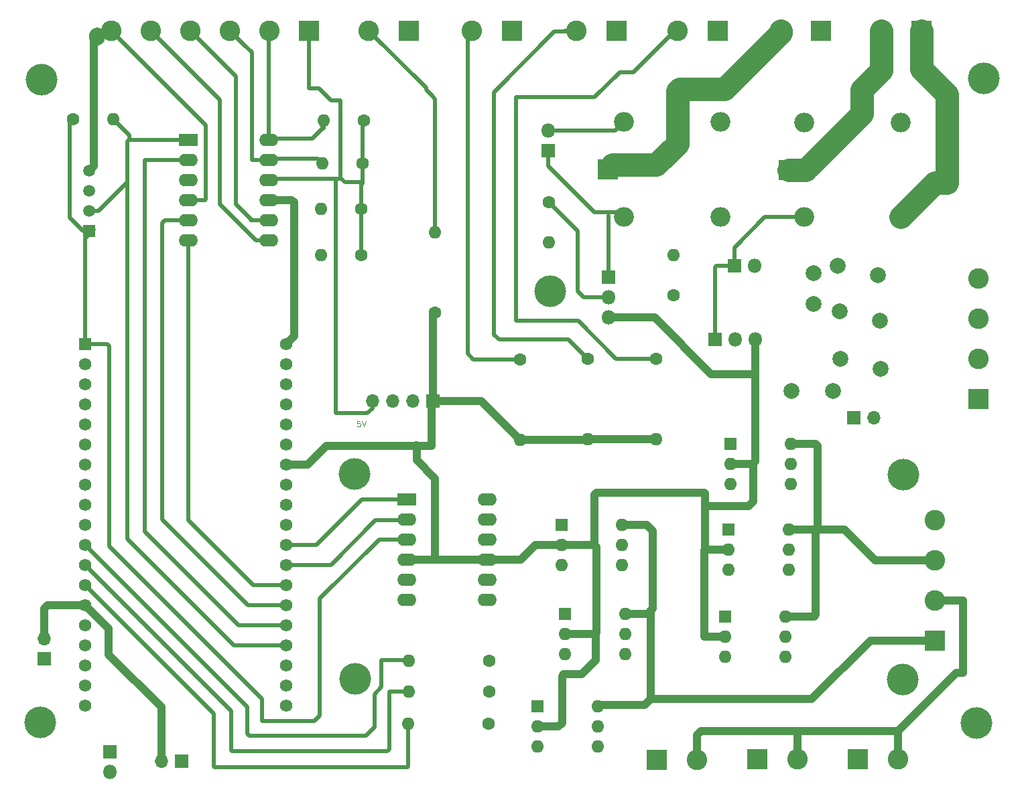
<source format=gbr>
%TF.GenerationSoftware,KiCad,Pcbnew,(5.1.9)-1*%
%TF.CreationDate,2021-11-17T10:25:34-03:00*%
%TF.ProjectId,MODULO-IoT,4d4f4455-4c4f-42d4-996f-542e6b696361,rev?*%
%TF.SameCoordinates,Original*%
%TF.FileFunction,Copper,L2,Bot*%
%TF.FilePolarity,Positive*%
%FSLAX46Y46*%
G04 Gerber Fmt 4.6, Leading zero omitted, Abs format (unit mm)*
G04 Created by KiCad (PCBNEW (5.1.9)-1) date 2021-11-17 10:25:34*
%MOMM*%
%LPD*%
G01*
G04 APERTURE LIST*
%TA.AperFunction,NonConductor*%
%ADD10C,0.125000*%
%TD*%
%TA.AperFunction,ComponentPad*%
%ADD11O,1.700000X1.700000*%
%TD*%
%TA.AperFunction,ComponentPad*%
%ADD12R,1.700000X1.700000*%
%TD*%
%TA.AperFunction,ComponentPad*%
%ADD13O,1.800000X1.800000*%
%TD*%
%TA.AperFunction,ComponentPad*%
%ADD14R,1.800000X1.800000*%
%TD*%
%TA.AperFunction,ComponentPad*%
%ADD15C,2.600000*%
%TD*%
%TA.AperFunction,ComponentPad*%
%ADD16R,2.600000X2.600000*%
%TD*%
%TA.AperFunction,ComponentPad*%
%ADD17O,2.500000X2.500000*%
%TD*%
%TA.AperFunction,ComponentPad*%
%ADD18R,2.500000X2.500000*%
%TD*%
%TA.AperFunction,ComponentPad*%
%ADD19O,1.600000X1.600000*%
%TD*%
%TA.AperFunction,ComponentPad*%
%ADD20C,1.600000*%
%TD*%
%TA.AperFunction,ComponentPad*%
%ADD21R,1.600000X1.600000*%
%TD*%
%TA.AperFunction,ComponentPad*%
%ADD22R,1.500000X1.500000*%
%TD*%
%TA.AperFunction,ComponentPad*%
%ADD23C,1.500000*%
%TD*%
%TA.AperFunction,ComponentPad*%
%ADD24R,1.560000X1.560000*%
%TD*%
%TA.AperFunction,ComponentPad*%
%ADD25C,1.560000*%
%TD*%
%TA.AperFunction,ComponentPad*%
%ADD26R,2.400000X1.600000*%
%TD*%
%TA.AperFunction,ComponentPad*%
%ADD27O,2.400000X1.600000*%
%TD*%
%TA.AperFunction,ComponentPad*%
%ADD28C,2.010000*%
%TD*%
%TA.AperFunction,ViaPad*%
%ADD29C,4.000000*%
%TD*%
%TA.AperFunction,ViaPad*%
%ADD30C,2.000000*%
%TD*%
%TA.AperFunction,Conductor*%
%ADD31C,0.500000*%
%TD*%
%TA.AperFunction,Conductor*%
%ADD32C,2.000000*%
%TD*%
%TA.AperFunction,Conductor*%
%ADD33C,1.000000*%
%TD*%
%TA.AperFunction,Conductor*%
%ADD34C,0.250000*%
%TD*%
%TA.AperFunction,Conductor*%
%ADD35C,3.000000*%
%TD*%
G04 APERTURE END LIST*
D10*
X125952266Y-100200666D02*
X125618933Y-100200666D01*
X125585600Y-100534000D01*
X125618933Y-100500666D01*
X125685600Y-100467333D01*
X125852266Y-100467333D01*
X125918933Y-100500666D01*
X125952266Y-100534000D01*
X125985600Y-100600666D01*
X125985600Y-100767333D01*
X125952266Y-100834000D01*
X125918933Y-100867333D01*
X125852266Y-100900666D01*
X125685600Y-100900666D01*
X125618933Y-100867333D01*
X125585600Y-100834000D01*
X126185600Y-100200666D02*
X126418933Y-100900666D01*
X126652266Y-100200666D01*
D11*
%TO.P,J4,2*%
%TO.N,Net-(J3-Pad2)*%
X86055200Y-127762000D03*
D12*
%TO.P,J4,1*%
%TO.N,Net-(D3-Pad1)*%
X86055200Y-130302000D03*
%TD*%
D13*
%TO.P,D3,2*%
%TO.N,Net-(D1-Pad2)*%
X94335600Y-144576800D03*
D14*
%TO.P,D3,1*%
%TO.N,Net-(D3-Pad1)*%
X94335600Y-142036800D03*
%TD*%
D15*
%TO.P,J10,2*%
%TO.N,Net-(J10-Pad2)*%
X168554400Y-143052800D03*
D16*
%TO.P,J10,1*%
%TO.N,Net-(J10-Pad1)*%
X163474400Y-143052800D03*
%TD*%
D15*
%TO.P,J9,2*%
%TO.N,Net-(J10-Pad2)*%
X181203600Y-143002000D03*
D16*
%TO.P,J9,1*%
%TO.N,Net-(J9-Pad1)*%
X176123600Y-143002000D03*
%TD*%
D15*
%TO.P,J8,2*%
%TO.N,Net-(J10-Pad2)*%
X193903600Y-143002000D03*
D16*
%TO.P,J8,1*%
%TO.N,Net-(J8-Pad1)*%
X188823600Y-143002000D03*
%TD*%
D17*
%TO.P,K3,5*%
%TO.N,Net-(D1-Pad2)*%
X182086000Y-62427600D03*
%TO.P,K3,4*%
%TO.N,Net-(K3-Pad4)*%
X194286000Y-62427600D03*
%TO.P,K3,3*%
%TO.N,Net-(J17-Pad1)*%
X194286000Y-74427600D03*
%TO.P,K3,2*%
%TO.N,Net-(D1-Pad1)*%
X182086000Y-74427600D03*
D18*
%TO.P,K3,1*%
%TO.N,Net-(J17-Pad2)*%
X180086000Y-68427600D03*
%TD*%
D19*
%TO.P,R7,2*%
%TO.N,Net-(J12-Pad2)*%
X135432800Y-76352400D03*
D20*
%TO.P,R7,1*%
%TO.N,GND*%
X135432800Y-86512400D03*
%TD*%
D15*
%TO.P,J12,2*%
%TO.N,Net-(J12-Pad2)*%
X127050800Y-50850000D03*
D16*
%TO.P,J12,1*%
%TO.N,Net-(Interno1-Pad1)*%
X132130800Y-50850000D03*
%TD*%
D17*
%TO.P,K2,5*%
%TO.N,Net-(D1-Pad2)*%
X159276800Y-62376800D03*
%TO.P,K2,4*%
%TO.N,Net-(K2-Pad4)*%
X171476800Y-62376800D03*
%TO.P,K2,3*%
%TO.N,Net-(J16-Pad1)*%
X171476800Y-74376800D03*
%TO.P,K2,2*%
%TO.N,Net-(D2-Pad1)*%
X159276800Y-74376800D03*
D18*
%TO.P,K2,1*%
%TO.N,Net-(J16-Pad2)*%
X157276800Y-68376800D03*
%TD*%
D15*
%TO.P,J16,2*%
%TO.N,Net-(J16-Pad2)*%
X179120800Y-50850000D03*
D16*
%TO.P,J16,1*%
%TO.N,Net-(J16-Pad1)*%
X184200800Y-50850000D03*
%TD*%
D19*
%TO.P,U7,6*%
%TO.N,Net-(J5-Pad1)*%
X159461200Y-124561600D03*
%TO.P,U7,3*%
%TO.N,Net-(U7-Pad3)*%
X151841200Y-129641600D03*
%TO.P,U7,5*%
%TO.N,Net-(U7-Pad5)*%
X159461200Y-127101600D03*
%TO.P,U7,2*%
%TO.N,GND*%
X151841200Y-127101600D03*
%TO.P,U7,4*%
%TO.N,Net-(J9-Pad1)*%
X159461200Y-129641600D03*
D21*
%TO.P,U7,1*%
%TO.N,Net-(R2-Pad1)*%
X151841200Y-124561600D03*
%TD*%
D14*
%TO.P,D1,1*%
%TO.N,Net-(D1-Pad1)*%
X173228000Y-80568800D03*
D13*
%TO.P,D1,2*%
%TO.N,Net-(D1-Pad2)*%
X175768000Y-80568800D03*
%TD*%
%TO.P,D2,2*%
%TO.N,Net-(D1-Pad2)*%
X149707600Y-63449200D03*
D14*
%TO.P,D2,1*%
%TO.N,Net-(D2-Pad1)*%
X149707600Y-65989200D03*
%TD*%
D16*
%TO.P,J1,1*%
%TO.N,Net-(J1-Pad1)*%
X204114400Y-97383600D03*
D15*
%TO.P,J1,2*%
%TO.N,Net-(F3-Pad1)*%
X204114400Y-92303600D03*
%TO.P,J1,3*%
%TO.N,Net-(F2-Pad1)*%
X204114400Y-87223600D03*
%TO.P,J1,4*%
%TO.N,Net-(F1-Pad1)*%
X204114400Y-82143600D03*
%TD*%
D11*
%TO.P,J2,2*%
%TO.N,Net-(J1-Pad1)*%
X190855600Y-99822000D03*
D12*
%TO.P,J2,1*%
%TO.N,Net-(F3-Pad2)*%
X188315600Y-99822000D03*
%TD*%
D15*
%TO.P,J5,4*%
%TO.N,Net-(J1-Pad1)*%
X198577200Y-112725200D03*
%TO.P,J5,3*%
%TO.N,Net-(J5-Pad3)*%
X198577200Y-117805200D03*
%TO.P,J5,2*%
%TO.N,Net-(J10-Pad2)*%
X198577200Y-122885200D03*
D16*
%TO.P,J5,1*%
%TO.N,Net-(J5-Pad1)*%
X198577200Y-127965200D03*
%TD*%
%TO.P,J17,1*%
%TO.N,Net-(J17-Pad1)*%
X196900800Y-50850000D03*
D15*
%TO.P,J17,2*%
%TO.N,Net-(J17-Pad2)*%
X191820800Y-50850000D03*
%TD*%
D12*
%TO.P,J7,1*%
%TO.N,GND*%
X135128000Y-97637600D03*
D11*
%TO.P,J7,2*%
%TO.N,Net-(J7-Pad2)*%
X132588000Y-97637600D03*
%TO.P,J7,3*%
%TO.N,Net-(J7-Pad3)*%
X130048000Y-97637600D03*
%TO.P,J7,4*%
%TO.N,Net-(D1-Pad2)*%
X127508000Y-97637600D03*
%TD*%
D19*
%TO.P,R1,2*%
%TO.N,Net-(R1-Pad2)*%
X132029200Y-138480800D03*
D20*
%TO.P,R1,1*%
%TO.N,Net-(R1-Pad1)*%
X142189200Y-138480800D03*
%TD*%
%TO.P,R2,1*%
%TO.N,Net-(R2-Pad1)*%
X142290800Y-134416800D03*
D19*
%TO.P,R2,2*%
%TO.N,Net-(R2-Pad2)*%
X132130800Y-134416800D03*
%TD*%
%TO.P,R3,2*%
%TO.N,Net-(R3-Pad2)*%
X132080000Y-130505200D03*
D20*
%TO.P,R3,1*%
%TO.N,Net-(R3-Pad1)*%
X142240000Y-130505200D03*
%TD*%
%TO.P,R5,1*%
%TO.N,Net-(J13-Pad2)*%
X146202400Y-92405200D03*
D19*
%TO.P,R5,2*%
%TO.N,GND*%
X146202400Y-102565200D03*
%TD*%
D20*
%TO.P,R6,1*%
%TO.N,Net-(J14-Pad2)*%
X154686000Y-92303600D03*
D19*
%TO.P,R6,2*%
%TO.N,GND*%
X154686000Y-102463600D03*
%TD*%
D20*
%TO.P,R8,1*%
%TO.N,Net-(J15-Pad2)*%
X163372800Y-92303600D03*
D19*
%TO.P,R8,2*%
%TO.N,GND*%
X163372800Y-102463600D03*
%TD*%
D22*
%TO.P,Interno,1*%
%TO.N,Net-(Interno1-Pad1)*%
X91694000Y-76149200D03*
D23*
%TO.P,Interno,2*%
%TO.N,Net-(Interno1-Pad2)*%
X91694000Y-73609200D03*
%TO.P,Interno,3*%
%TO.N,Net-(Interno1-Pad3)*%
X91694000Y-71069200D03*
%TO.P,Interno,4*%
%TO.N,N/C*%
X91694000Y-68529200D03*
%TD*%
D24*
%TO.P,U1,1*%
%TO.N,Net-(Interno1-Pad1)*%
X91186000Y-90476000D03*
D25*
%TO.P,U1,2*%
%TO.N,Net-(U1-Pad2)*%
X91186000Y-93016000D03*
%TO.P,U1,19*%
%TO.N,Net-(D1-Pad2)*%
X91186000Y-136196000D03*
%TO.P,U1,3*%
%TO.N,Net-(U1-Pad3)*%
X91186000Y-95556000D03*
%TO.P,U1,4*%
%TO.N,Net-(U1-Pad4)*%
X91186000Y-98096000D03*
%TO.P,U1,5*%
%TO.N,Net-(U1-Pad5)*%
X91186000Y-100636000D03*
%TO.P,U1,6*%
%TO.N,Net-(U1-Pad6)*%
X91186000Y-103176000D03*
%TO.P,U1,7*%
%TO.N,Net-(U1-Pad7)*%
X91186000Y-105716000D03*
%TO.P,U1,8*%
%TO.N,Net-(U1-Pad8)*%
X91186000Y-108256000D03*
%TO.P,U1,9*%
%TO.N,Net-(R14-Pad2)*%
X91186000Y-110796000D03*
%TO.P,U1,10*%
%TO.N,Net-(R15-Pad2)*%
X91186000Y-113336000D03*
%TO.P,U1,11*%
%TO.N,Net-(R3-Pad2)*%
X91186000Y-115876000D03*
%TO.P,U1,12*%
%TO.N,Net-(R2-Pad2)*%
X91186000Y-118416000D03*
%TO.P,U1,13*%
%TO.N,Net-(R1-Pad2)*%
X91186000Y-120956000D03*
%TO.P,U1,14*%
%TO.N,Net-(J3-Pad2)*%
X91186000Y-123496000D03*
%TO.P,U1,15*%
%TO.N,Net-(U1-Pad15)*%
X91186000Y-126036000D03*
%TO.P,U1,16*%
%TO.N,Net-(U1-Pad16)*%
X91186000Y-128576000D03*
%TO.P,U1,17*%
%TO.N,Net-(U1-Pad17)*%
X91186000Y-131116000D03*
%TO.P,U1,18*%
%TO.N,Net-(U1-Pad18)*%
X91186000Y-133656000D03*
%TO.P,U1,20*%
%TO.N,Net-(J11-Pad6)*%
X116586000Y-90476000D03*
%TO.P,U1,21*%
%TO.N,Net-(U1-Pad21)*%
X116586000Y-93016000D03*
%TO.P,U1,22*%
%TO.N,Net-(U1-Pad22)*%
X116586000Y-95556000D03*
%TO.P,U1,23*%
%TO.N,Net-(U1-Pad23)*%
X116586000Y-98096000D03*
%TO.P,U1,24*%
%TO.N,Net-(U1-Pad24)*%
X116586000Y-100636000D03*
%TO.P,U1,25*%
%TO.N,Net-(J12-Pad2)*%
X116586000Y-103176000D03*
%TO.P,U1,26*%
%TO.N,GND*%
X116586000Y-105716000D03*
%TO.P,U1,27*%
%TO.N,Net-(J13-Pad2)*%
X116586000Y-108256000D03*
%TO.P,U1,28*%
%TO.N,Net-(J14-Pad2)*%
X116586000Y-110796000D03*
%TO.P,U1,29*%
%TO.N,Net-(J15-Pad2)*%
X116586000Y-113336000D03*
%TO.P,U1,30*%
%TO.N,Net-(U1-Pad30)*%
X116586000Y-115876000D03*
%TO.P,U1,31*%
%TO.N,Net-(U1-Pad31)*%
X116586000Y-118416000D03*
%TO.P,U1,32*%
%TO.N,Net-(U1-Pad32)*%
X116586000Y-120956000D03*
%TO.P,U1,33*%
%TO.N,Net-(U1-Pad33)*%
X116586000Y-123496000D03*
%TO.P,U1,34*%
%TO.N,Net-(U1-Pad34)*%
X116586000Y-126036000D03*
%TO.P,U1,35*%
%TO.N,Net-(Interno1-Pad2)*%
X116586000Y-128576000D03*
%TO.P,U1,36*%
%TO.N,Net-(U1-Pad36)*%
X116586000Y-131116000D03*
%TO.P,U1,37*%
%TO.N,Net-(U1-Pad37)*%
X116586000Y-133656000D03*
%TO.P,U1,38*%
%TO.N,Net-(U1-Pad38)*%
X116586000Y-136196000D03*
%TD*%
D26*
%TO.P,U2,1*%
%TO.N,Net-(U1-Pad30)*%
X131876800Y-110083600D03*
D27*
%TO.P,U2,7*%
%TO.N,Net-(U2-Pad7)*%
X142036800Y-122783600D03*
%TO.P,U2,2*%
%TO.N,Net-(U1-Pad31)*%
X131876800Y-112623600D03*
%TO.P,U2,8*%
%TO.N,Net-(U2-Pad8)*%
X142036800Y-120243600D03*
%TO.P,U2,3*%
%TO.N,Net-(Interno1-Pad1)*%
X131876800Y-115163600D03*
%TO.P,U2,9*%
%TO.N,GND*%
X142036800Y-117703600D03*
%TO.P,U2,4*%
X131876800Y-117703600D03*
%TO.P,U2,10*%
%TO.N,Net-(D1-Pad2)*%
X142036800Y-115163600D03*
%TO.P,U2,5*%
%TO.N,Net-(U2-Pad5)*%
X131876800Y-120243600D03*
%TO.P,U2,11*%
%TO.N,Net-(J7-Pad3)*%
X142036800Y-112623600D03*
%TO.P,U2,6*%
%TO.N,Net-(U2-Pad6)*%
X131876800Y-122783600D03*
%TO.P,U2,12*%
%TO.N,Net-(J7-Pad2)*%
X142036800Y-110083600D03*
%TD*%
D19*
%TO.P,U3,6*%
%TO.N,Net-(J5-Pad3)*%
X180390800Y-103124000D03*
%TO.P,U3,3*%
%TO.N,Net-(U3-Pad3)*%
X172770800Y-108204000D03*
%TO.P,U3,5*%
%TO.N,Net-(U3-Pad5)*%
X180390800Y-105664000D03*
%TO.P,U3,2*%
%TO.N,GND*%
X172770800Y-105664000D03*
%TO.P,U3,4*%
%TO.N,Net-(F1-Pad2)*%
X180390800Y-108204000D03*
D21*
%TO.P,U3,1*%
%TO.N,Net-(R3-Pad1)*%
X172770800Y-103124000D03*
%TD*%
%TO.P,U4,1*%
%TO.N,Net-(R2-Pad1)*%
X172466000Y-113944400D03*
D19*
%TO.P,U4,4*%
%TO.N,Net-(F2-Pad2)*%
X180086000Y-119024400D03*
%TO.P,U4,2*%
%TO.N,GND*%
X172466000Y-116484400D03*
%TO.P,U4,5*%
%TO.N,Net-(U4-Pad5)*%
X180086000Y-116484400D03*
%TO.P,U4,3*%
%TO.N,Net-(U4-Pad3)*%
X172466000Y-119024400D03*
%TO.P,U4,6*%
%TO.N,Net-(J5-Pad3)*%
X180086000Y-113944400D03*
%TD*%
%TO.P,U5,6*%
%TO.N,Net-(J5-Pad3)*%
X179679600Y-124917200D03*
%TO.P,U5,3*%
%TO.N,Net-(U5-Pad3)*%
X172059600Y-129997200D03*
%TO.P,U5,5*%
%TO.N,Net-(U5-Pad5)*%
X179679600Y-127457200D03*
%TO.P,U5,2*%
%TO.N,GND*%
X172059600Y-127457200D03*
%TO.P,U5,4*%
%TO.N,Net-(F3-Pad2)*%
X179679600Y-129997200D03*
D21*
%TO.P,U5,1*%
%TO.N,Net-(R1-Pad1)*%
X172059600Y-124917200D03*
%TD*%
%TO.P,U6,1*%
%TO.N,Net-(R3-Pad1)*%
X151384000Y-113334800D03*
D19*
%TO.P,U6,4*%
%TO.N,Net-(J8-Pad1)*%
X159004000Y-118414800D03*
%TO.P,U6,2*%
%TO.N,GND*%
X151384000Y-115874800D03*
%TO.P,U6,5*%
%TO.N,Net-(U6-Pad5)*%
X159004000Y-115874800D03*
%TO.P,U6,3*%
%TO.N,Net-(U6-Pad3)*%
X151384000Y-118414800D03*
%TO.P,U6,6*%
%TO.N,Net-(J5-Pad1)*%
X159004000Y-113334800D03*
%TD*%
D21*
%TO.P,U8,1*%
%TO.N,Net-(R1-Pad1)*%
X148336000Y-136296400D03*
D19*
%TO.P,U8,4*%
%TO.N,Net-(J10-Pad1)*%
X155956000Y-141376400D03*
%TO.P,U8,2*%
%TO.N,GND*%
X148336000Y-138836400D03*
%TO.P,U8,5*%
%TO.N,Net-(U8-Pad5)*%
X155956000Y-138836400D03*
%TO.P,U8,3*%
%TO.N,Net-(U8-Pad3)*%
X148336000Y-141376400D03*
%TO.P,U8,6*%
%TO.N,Net-(J5-Pad1)*%
X155956000Y-136296400D03*
%TD*%
D28*
%TO.P,F1,1*%
%TO.N,Net-(F1-Pad1)*%
X191414400Y-81737200D03*
%TO.P,F1,2*%
%TO.N,Net-(F1-Pad2)*%
X186314400Y-80537200D03*
%TD*%
%TO.P,F2,2*%
%TO.N,Net-(F2-Pad2)*%
X186517600Y-86328400D03*
%TO.P,F2,1*%
%TO.N,Net-(F2-Pad1)*%
X191617600Y-87528400D03*
%TD*%
%TO.P,F3,1*%
%TO.N,Net-(F3-Pad1)*%
X191719200Y-93573600D03*
%TO.P,F3,2*%
%TO.N,Net-(F3-Pad2)*%
X186619200Y-92373600D03*
%TD*%
D26*
%TO.P,U9,1*%
%TO.N,Net-(Interno1-Pad2)*%
X104241600Y-64617600D03*
D27*
%TO.P,U9,7*%
%TO.N,Net-(J11-Pad5)*%
X114401600Y-77317600D03*
%TO.P,U9,2*%
%TO.N,Net-(U1-Pad34)*%
X104241600Y-67157600D03*
%TO.P,U9,8*%
%TO.N,Net-(J11-Pad4)*%
X114401600Y-74777600D03*
%TO.P,U9,3*%
%TO.N,Net-(Interno1-Pad1)*%
X104241600Y-69697600D03*
%TO.P,U9,9*%
%TO.N,Net-(J11-Pad6)*%
X114401600Y-72237600D03*
%TO.P,U9,4*%
X104241600Y-72237600D03*
%TO.P,U9,10*%
%TO.N,Net-(D1-Pad2)*%
X114401600Y-69697600D03*
%TO.P,U9,5*%
%TO.N,Net-(U1-Pad33)*%
X104241600Y-74777600D03*
%TO.P,U9,11*%
%TO.N,Net-(J11-Pad3)*%
X114401600Y-67157600D03*
%TO.P,U9,6*%
%TO.N,Net-(U1-Pad32)*%
X104241600Y-77317600D03*
%TO.P,U9,12*%
%TO.N,Net-(J11-Pad2)*%
X114401600Y-64617600D03*
%TD*%
D12*
%TO.P,J3,1*%
%TO.N,Net-(D1-Pad2)*%
X103378000Y-143205200D03*
D11*
%TO.P,J3,2*%
%TO.N,Net-(J3-Pad2)*%
X100838000Y-143205200D03*
%TD*%
D13*
%TO.P,Q1,3*%
%TO.N,GND*%
X157378400Y-87122000D03*
%TO.P,Q1,2*%
%TO.N,Net-(Q1-Pad2)*%
X157378400Y-84582000D03*
D14*
%TO.P,Q1,1*%
%TO.N,Net-(D2-Pad1)*%
X157378400Y-82042000D03*
%TD*%
%TO.P,Q3,1*%
%TO.N,Net-(D1-Pad1)*%
X170840400Y-89865200D03*
D13*
%TO.P,Q3,2*%
%TO.N,Net-(Q3-Pad2)*%
X173380400Y-89865200D03*
%TO.P,Q3,3*%
%TO.N,GND*%
X175920400Y-89865200D03*
%TD*%
D16*
%TO.P,J13,1*%
%TO.N,Net-(Interno1-Pad1)*%
X145135600Y-50850000D03*
D15*
%TO.P,J13,2*%
%TO.N,Net-(J13-Pad2)*%
X140055600Y-50850000D03*
%TD*%
%TO.P,J14,2*%
%TO.N,Net-(J14-Pad2)*%
X153263600Y-50850000D03*
D16*
%TO.P,J14,1*%
%TO.N,Net-(Interno1-Pad1)*%
X158343600Y-50850000D03*
%TD*%
%TO.P,J15,1*%
%TO.N,Net-(Interno1-Pad1)*%
X171145200Y-50850000D03*
D15*
%TO.P,J15,2*%
%TO.N,Net-(J15-Pad2)*%
X166065200Y-50850000D03*
%TD*%
D16*
%TO.P,J11,1*%
%TO.N,Net-(D1-Pad2)*%
X119481600Y-50850000D03*
D15*
%TO.P,J11,2*%
%TO.N,Net-(J11-Pad2)*%
X114481600Y-50850000D03*
%TO.P,J11,3*%
%TO.N,Net-(J11-Pad3)*%
X109481600Y-50850000D03*
%TO.P,J11,4*%
%TO.N,Net-(J11-Pad4)*%
X104481600Y-50850000D03*
%TO.P,J11,5*%
%TO.N,Net-(J11-Pad5)*%
X99481600Y-50850000D03*
%TO.P,J11,6*%
%TO.N,Net-(J11-Pad6)*%
X94481600Y-50850000D03*
%TD*%
D20*
%TO.P,R4,1*%
%TO.N,Net-(Interno1-Pad1)*%
X89712800Y-62026800D03*
D19*
%TO.P,R4,2*%
%TO.N,Net-(Interno1-Pad2)*%
X94792800Y-62026800D03*
%TD*%
%TO.P,R9,2*%
%TO.N,Net-(J11-Pad2)*%
X121361200Y-62179200D03*
D20*
%TO.P,R9,1*%
%TO.N,Net-(D1-Pad2)*%
X126441200Y-62179200D03*
%TD*%
%TO.P,R10,1*%
%TO.N,Net-(D1-Pad2)*%
X126288800Y-67614800D03*
D19*
%TO.P,R10,2*%
%TO.N,Net-(J11-Pad3)*%
X121208800Y-67614800D03*
%TD*%
%TO.P,R11,2*%
%TO.N,Net-(J11-Pad5)*%
X121005600Y-79248000D03*
D20*
%TO.P,R11,1*%
%TO.N,Net-(D1-Pad2)*%
X126085600Y-79248000D03*
%TD*%
%TO.P,R12,1*%
%TO.N,Net-(D1-Pad2)*%
X126136400Y-73406000D03*
D19*
%TO.P,R12,2*%
%TO.N,Net-(J11-Pad4)*%
X121056400Y-73406000D03*
%TD*%
D20*
%TO.P,R14,1*%
%TO.N,Net-(Q1-Pad2)*%
X149809200Y-72542400D03*
D19*
%TO.P,R14,2*%
%TO.N,Net-(R14-Pad2)*%
X149809200Y-77622400D03*
%TD*%
%TO.P,R15,2*%
%TO.N,Net-(R15-Pad2)*%
X165557200Y-79197200D03*
D20*
%TO.P,R15,1*%
%TO.N,Net-(Q3-Pad2)*%
X165557200Y-84277200D03*
%TD*%
D29*
%TO.N,*%
X194564000Y-106984800D03*
X194513200Y-132892800D03*
X125272800Y-106934000D03*
X125323600Y-132791200D03*
D30*
X180492400Y-96418400D03*
X183286400Y-81483200D03*
X185674000Y-96418400D03*
D29*
X203809600Y-138379200D03*
X204774800Y-56896000D03*
X85750400Y-56997600D03*
X149961600Y-83820000D03*
X85547200Y-138328400D03*
D30*
%TO.N,Net-(F2-Pad2)*%
X183235600Y-85394800D03*
%TD*%
D31*
%TO.N,*%
X92303600Y-52730400D02*
X93037399Y-51996601D01*
D32*
X92731599Y-51690801D02*
X92731599Y-51409600D01*
D31*
X92731599Y-51690801D02*
X93037399Y-51996601D01*
D33*
X92303600Y-67919600D02*
X91694000Y-68529200D01*
X92303600Y-51868800D02*
X92303600Y-67919600D01*
X92481599Y-51690801D02*
X92303600Y-51868800D01*
D31*
%TO.N,Net-(D1-Pad1)*%
X170840400Y-89865200D02*
X170840400Y-80721200D01*
X170992800Y-80568800D02*
X173228000Y-80568800D01*
X170840400Y-80721200D02*
X170992800Y-80568800D01*
X177083200Y-74427600D02*
X182086000Y-74427600D01*
X173228000Y-78282800D02*
X177083200Y-74427600D01*
X173228000Y-80568800D02*
X173228000Y-78282800D01*
%TO.N,Net-(D1-Pad2)*%
X158204400Y-63449200D02*
X159276800Y-62376800D01*
X149707600Y-63449200D02*
X158204400Y-63449200D01*
X115519200Y-69545200D02*
X120091200Y-69545200D01*
X124053600Y-70002400D02*
X123596400Y-69545200D01*
X121666000Y-69545200D02*
X122072400Y-69545200D01*
X121259600Y-69545200D02*
X121666000Y-69545200D01*
X123494800Y-69443600D02*
X123596400Y-69545200D01*
X123494800Y-59690000D02*
X123494800Y-69443600D01*
X119481600Y-50850800D02*
X119481600Y-58115200D01*
X126136400Y-70002400D02*
X126288800Y-70154800D01*
X124053600Y-70002400D02*
X126136400Y-70002400D01*
X126288800Y-67614800D02*
X126288800Y-70154800D01*
X127304800Y-97840800D02*
X127508000Y-97637600D01*
X126288800Y-62331600D02*
X126441200Y-62179200D01*
X126288800Y-63449200D02*
X126288800Y-62331600D01*
X126288800Y-63195200D02*
X126288800Y-63449200D01*
X126288800Y-63449200D02*
X126288800Y-67614800D01*
X123494800Y-59690000D02*
X122326400Y-59690000D01*
X120091200Y-69545200D02*
X121666000Y-69545200D01*
X126136400Y-79197200D02*
X126085600Y-79248000D01*
X126136400Y-73406000D02*
X126136400Y-79197200D01*
X126136400Y-70307200D02*
X126288800Y-70154800D01*
X126136400Y-73406000D02*
X126136400Y-70307200D01*
X120751600Y-58115200D02*
X122326400Y-59690000D01*
X119481600Y-58115200D02*
X120751600Y-58115200D01*
X122885200Y-99212400D02*
X122885200Y-69697600D01*
X126898400Y-99212400D02*
X122885200Y-99212400D01*
X127508000Y-98602800D02*
X126898400Y-99212400D01*
X127508000Y-97637600D02*
X127508000Y-98602800D01*
X122885200Y-69697600D02*
X123037600Y-69545200D01*
X123037600Y-69545200D02*
X121666000Y-69545200D01*
X123596400Y-69545200D02*
X123037600Y-69545200D01*
D33*
%TO.N,Net-(J3-Pad2)*%
X100787200Y-143154400D02*
X100838000Y-143205200D01*
X91186000Y-123496000D02*
X94183200Y-126493200D01*
X94183200Y-126493200D02*
X94183200Y-129743200D01*
X100838000Y-136398000D02*
X100838000Y-143205200D01*
X94183200Y-129743200D02*
X100838000Y-136398000D01*
X91186000Y-123496000D02*
X86511200Y-123496000D01*
X86055200Y-123952000D02*
X86055200Y-127762000D01*
X86511200Y-123496000D02*
X86055200Y-123952000D01*
%TO.N,GND*%
X151384000Y-115874800D02*
X155600400Y-115874800D01*
X172059600Y-127457200D02*
X169468800Y-127457200D01*
X169468800Y-127457200D02*
X169418000Y-127406400D01*
X169418000Y-127406400D02*
X169418000Y-116586000D01*
X169519600Y-116484400D02*
X172466000Y-116484400D01*
X169418000Y-116586000D02*
X169519600Y-116484400D01*
X155600400Y-115874800D02*
X155600400Y-109524800D01*
X155600400Y-109524800D02*
X155854400Y-109270800D01*
X155854400Y-109270800D02*
X169418000Y-109270800D01*
X169418000Y-109270800D02*
X169519600Y-109372400D01*
X169519600Y-110998000D02*
X175056800Y-110998000D01*
X169519600Y-109372400D02*
X169519600Y-110998000D01*
X169519600Y-110998000D02*
X169519600Y-116484400D01*
X175056800Y-110998000D02*
X175666400Y-110388400D01*
X175514000Y-105664000D02*
X172770800Y-105664000D01*
X175666400Y-105816400D02*
X175514000Y-105664000D01*
X175666400Y-110388400D02*
X175666400Y-105816400D01*
X142036800Y-117703600D02*
X146253200Y-117703600D01*
X148082000Y-115874800D02*
X151384000Y-115874800D01*
X146253200Y-117703600D02*
X148082000Y-115874800D01*
X116586000Y-105716000D02*
X119328000Y-105716000D01*
X119328000Y-105716000D02*
X121716800Y-103327200D01*
X121716800Y-103327200D02*
X133096000Y-103327200D01*
X133096000Y-103327200D02*
X133045200Y-103276400D01*
X131876800Y-117703600D02*
X135432800Y-117703600D01*
X135432800Y-117703600D02*
X142036800Y-117703600D01*
X133096000Y-103327200D02*
X133096000Y-105156000D01*
X135432800Y-107492800D02*
X135432800Y-117703600D01*
X133096000Y-105156000D02*
X135432800Y-107492800D01*
X135026400Y-97739200D02*
X135128000Y-97637600D01*
X135026400Y-103327200D02*
X135026400Y-97739200D01*
X133096000Y-103327200D02*
X135026400Y-103327200D01*
X141274800Y-97637600D02*
X135128000Y-97637600D01*
X146202400Y-102565200D02*
X141274800Y-97637600D01*
X154584400Y-102565200D02*
X154686000Y-102463600D01*
X146202400Y-102565200D02*
X154584400Y-102565200D01*
X154686000Y-102463600D02*
X163372800Y-102463600D01*
X175920400Y-105257600D02*
X175514000Y-105664000D01*
X135128000Y-86817200D02*
X135432800Y-86512400D01*
X135128000Y-97637600D02*
X135128000Y-86817200D01*
X157378400Y-87122000D02*
X163169600Y-87122000D01*
X170332400Y-94284800D02*
X175920400Y-94284800D01*
X163169600Y-87122000D02*
X170332400Y-94284800D01*
X175920400Y-94284800D02*
X175920400Y-105257600D01*
X175920400Y-89865200D02*
X175920400Y-94284800D01*
X155854400Y-116128800D02*
X155600400Y-115874800D01*
X155854400Y-126949200D02*
X155854400Y-116128800D01*
X155702000Y-127101600D02*
X155854400Y-126949200D01*
X151841200Y-127101600D02*
X155702000Y-127101600D01*
X155702000Y-130454400D02*
X155702000Y-127101600D01*
X153924000Y-132232400D02*
X155702000Y-130454400D01*
X151485600Y-138379200D02*
X151485600Y-132435600D01*
X151688800Y-132232400D02*
X153924000Y-132232400D01*
X151485600Y-132435600D02*
X151688800Y-132232400D01*
X151028400Y-138836400D02*
X151485600Y-138379200D01*
X148336000Y-138836400D02*
X151028400Y-138836400D01*
%TO.N,Net-(J5-Pad3)*%
X180390800Y-103124000D02*
X183540400Y-103124000D01*
X183540400Y-103124000D02*
X183743600Y-103327200D01*
X183743600Y-103327200D02*
X183743600Y-113741200D01*
X183540400Y-113944400D02*
X180086000Y-113944400D01*
X183743600Y-113741200D02*
X183540400Y-113944400D01*
X179679600Y-124917200D02*
X183337200Y-124917200D01*
X183540400Y-124714000D02*
X183540400Y-113944400D01*
X183337200Y-124917200D02*
X183540400Y-124714000D01*
X183540400Y-113944400D02*
X187147200Y-113944400D01*
X191008000Y-117805200D02*
X198577200Y-117805200D01*
X187147200Y-113944400D02*
X191008000Y-117805200D01*
%TO.N,Net-(J10-Pad2)*%
X202133200Y-122885200D02*
X198577200Y-122885200D01*
X202133200Y-132080000D02*
X202133200Y-122885200D01*
X202133200Y-132080000D02*
X201269600Y-132080000D01*
X193903600Y-139446000D02*
X193903600Y-143002000D01*
X201269600Y-132080000D02*
X193903600Y-139446000D01*
X181203600Y-143002000D02*
X181203600Y-139496800D01*
X181203600Y-139496800D02*
X181254400Y-139446000D01*
X168554400Y-143052800D02*
X168554400Y-139903200D01*
X169011600Y-139446000D02*
X181356000Y-139446000D01*
X168554400Y-139903200D02*
X169011600Y-139446000D01*
X181356000Y-139446000D02*
X193903600Y-139446000D01*
X181254400Y-139446000D02*
X181356000Y-139446000D01*
%TO.N,Net-(J5-Pad1)*%
X159004000Y-113334800D02*
X162153600Y-113334800D01*
X162153600Y-113334800D02*
X162915600Y-114096800D01*
X162915600Y-114096800D02*
X162915600Y-123952000D01*
X162306000Y-124561600D02*
X159461200Y-124561600D01*
X162661600Y-135382000D02*
X162661600Y-124206000D01*
X162661600Y-124206000D02*
X162306000Y-124561600D01*
X162915600Y-123952000D02*
X162661600Y-124206000D01*
X183032400Y-135382000D02*
X162661600Y-135382000D01*
X190449200Y-127965200D02*
X183032400Y-135382000D01*
X198577200Y-127965200D02*
X190449200Y-127965200D01*
X162661600Y-135382000D02*
X161899600Y-136144000D01*
X156108400Y-136144000D02*
X155956000Y-136296400D01*
X161899600Y-136144000D02*
X156108400Y-136144000D01*
D31*
%TO.N,Net-(Q1-Pad2)*%
X149809200Y-72542400D02*
X153416000Y-76149200D01*
X153416000Y-76149200D02*
X153416000Y-83820000D01*
X154178000Y-84582000D02*
X157378400Y-84582000D01*
X153416000Y-83820000D02*
X154178000Y-84582000D01*
%TO.N,Net-(R1-Pad2)*%
X91186000Y-120956000D02*
X107442000Y-137212000D01*
X107442000Y-137212000D02*
X107442000Y-143865600D01*
X107442000Y-143865600D02*
X107543600Y-143967200D01*
X107543600Y-143967200D02*
X131927600Y-143967200D01*
X132029200Y-143865600D02*
X132029200Y-138480800D01*
X131927600Y-143967200D02*
X132029200Y-143865600D01*
%TO.N,Net-(R2-Pad2)*%
X131876800Y-134670800D02*
X132130800Y-134416800D01*
X109676000Y-136906000D02*
X91186000Y-118416000D01*
X109676000Y-141832400D02*
X109676000Y-136906000D01*
X129641600Y-141732000D02*
X129387600Y-141986000D01*
X109829600Y-141986000D02*
X109676000Y-141832400D01*
X129641600Y-134416800D02*
X129641600Y-141732000D01*
X129387600Y-141986000D02*
X109829600Y-141986000D01*
X132130800Y-134416800D02*
X129641600Y-134416800D01*
%TO.N,Net-(R3-Pad2)*%
X91186000Y-115876000D02*
X111708000Y-136398000D01*
X111708000Y-136398000D02*
X111708000Y-139749600D01*
X111708000Y-139749600D02*
X111963200Y-140004800D01*
X111963200Y-140004800D02*
X126695200Y-140004800D01*
X126695200Y-140004800D02*
X127762000Y-138938000D01*
X127762000Y-138938000D02*
X127762000Y-134721600D01*
X127762000Y-134721600D02*
X128625600Y-133858000D01*
X128625600Y-133858000D02*
X128625600Y-130454400D01*
X132029200Y-130454400D02*
X132080000Y-130505200D01*
X128625600Y-130454400D02*
X132029200Y-130454400D01*
%TO.N,Net-(U1-Pad30)*%
X116586000Y-115876000D02*
X120394800Y-115876000D01*
X126187200Y-110083600D02*
X131876800Y-110083600D01*
X120394800Y-115876000D02*
X126187200Y-110083600D01*
%TO.N,Net-(U1-Pad31)*%
X116586000Y-118416000D02*
X122274400Y-118416000D01*
X122274400Y-118416000D02*
X127914400Y-112776000D01*
D33*
X131724400Y-112776000D02*
X131876800Y-112623600D01*
D31*
X127914400Y-112776000D02*
X131724400Y-112776000D01*
%TO.N,Net-(U1-Pad32)*%
X116586000Y-120956000D02*
X112472400Y-120956000D01*
X112472400Y-120956000D02*
X104241600Y-112725200D01*
X104241600Y-112725200D02*
X104241600Y-77317600D01*
%TO.N,Net-(U1-Pad33)*%
X101295200Y-74777600D02*
X104241600Y-74777600D01*
X100939600Y-75133200D02*
X101295200Y-74777600D01*
X100939600Y-112674400D02*
X100939600Y-75133200D01*
X111761200Y-123496000D02*
X100939600Y-112674400D01*
X116586000Y-123496000D02*
X111761200Y-123496000D01*
%TO.N,Net-(U1-Pad34)*%
X98755200Y-67157600D02*
X104241600Y-67157600D01*
X110590400Y-126036000D02*
X98755200Y-114200800D01*
X98755200Y-114200800D02*
X98755200Y-67157600D01*
X116586000Y-126036000D02*
X110590400Y-126036000D01*
%TO.N,Net-(J11-Pad2)*%
X114401600Y-50930800D02*
X114481600Y-50850800D01*
X114401600Y-64617600D02*
X114401600Y-50930800D01*
X121361200Y-63195200D02*
X121361200Y-62179200D01*
X119938800Y-64465200D02*
X121208800Y-63195200D01*
X115519200Y-64465200D02*
X119938800Y-64465200D01*
X121208800Y-62331600D02*
X121361200Y-62179200D01*
X121208800Y-63195200D02*
X121208800Y-62331600D01*
%TO.N,Net-(J13-Pad2)*%
X139547600Y-51155600D02*
X139700000Y-51003200D01*
X140258800Y-92405200D02*
X139547600Y-91694000D01*
X146202400Y-92405200D02*
X140258800Y-92405200D01*
X140055600Y-50850000D02*
X140055600Y-51003200D01*
X139547600Y-51511200D02*
X139547600Y-51155600D01*
X140055600Y-51003200D02*
X139547600Y-51511200D01*
X139547600Y-91694000D02*
X139547600Y-51511200D01*
%TO.N,Net-(J14-Pad2)*%
X142849600Y-58623200D02*
X150520400Y-50952400D01*
X142849600Y-89255600D02*
X142849600Y-58623200D01*
X143510000Y-89916000D02*
X142849600Y-89255600D01*
X152298400Y-89916000D02*
X143510000Y-89916000D01*
X154686000Y-92303600D02*
X152298400Y-89916000D01*
X151791200Y-50850000D02*
X151688800Y-50952400D01*
X153263600Y-50850000D02*
X151791200Y-50850000D01*
X151688800Y-50952400D02*
X152450800Y-50952400D01*
X150520400Y-50952400D02*
X151688800Y-50952400D01*
%TO.N,Net-(J15-Pad2)*%
X145694400Y-59232800D02*
X145694400Y-87528400D01*
X145694400Y-59232800D02*
X155600400Y-59232800D01*
X155600400Y-59232800D02*
X158750000Y-56083200D01*
X160477200Y-56083200D02*
X165557200Y-51003200D01*
X158750000Y-56083200D02*
X160477200Y-56083200D01*
X145694400Y-87528400D02*
X153517600Y-87528400D01*
X158292800Y-92303600D02*
X163372800Y-92303600D01*
X153517600Y-87528400D02*
X158292800Y-92303600D01*
D34*
%TO.N,Net-(J16-Pad2)*%
X162001200Y-67818000D02*
X163372800Y-67818000D01*
D35*
X163372800Y-67818000D02*
X166065200Y-65125600D01*
D34*
X179527200Y-51511200D02*
X179120800Y-51104800D01*
D35*
X179120800Y-51104800D02*
X172008800Y-58216800D01*
X172008800Y-58216800D02*
X166319200Y-58216800D01*
X166065200Y-58470800D02*
X166065200Y-60553600D01*
X166065200Y-60553600D02*
X166065200Y-65125600D01*
D31*
X157835600Y-67818000D02*
X157276800Y-68376800D01*
D35*
X163372800Y-67818000D02*
X157835600Y-67818000D01*
X179120800Y-50850000D02*
X179120800Y-51104800D01*
D31*
%TO.N,Net-(D2-Pad1)*%
X157327600Y-81991200D02*
X157378400Y-82042000D01*
X157327600Y-74218800D02*
X157327600Y-81991200D01*
X149707600Y-67970400D02*
X155555200Y-73818000D01*
X149707600Y-65989200D02*
X149707600Y-67970400D01*
X158718000Y-73818000D02*
X159276800Y-74376800D01*
X155555200Y-73818000D02*
X158718000Y-73818000D01*
%TO.N,Net-(Interno1-Pad1)*%
X94032000Y-90476000D02*
X94284800Y-90728800D01*
X94284800Y-90728800D02*
X94284800Y-116078000D01*
X94284800Y-116078000D02*
X113588800Y-135382000D01*
X113588800Y-135382000D02*
X113538000Y-135432800D01*
X113538000Y-135432800D02*
X113538000Y-138176000D01*
X113538000Y-138176000D02*
X120142000Y-138176000D01*
X120142000Y-138176000D02*
X120853200Y-137464800D01*
X120853200Y-137464800D02*
X120853200Y-122682000D01*
X120853200Y-122682000D02*
X128371600Y-115163600D01*
X128371600Y-115163600D02*
X131876800Y-115163600D01*
X93115200Y-90476000D02*
X94032000Y-90476000D01*
X91186000Y-90476000D02*
X93115200Y-90476000D01*
X91186000Y-77114400D02*
X91186000Y-90476000D01*
X92303600Y-75996800D02*
X91186000Y-77114400D01*
X90982800Y-76149200D02*
X91694000Y-76149200D01*
X89306400Y-74472800D02*
X90982800Y-76149200D01*
X89306400Y-62433200D02*
X89712800Y-62026800D01*
X89306400Y-74472800D02*
X89306400Y-62433200D01*
%TO.N,Net-(Interno1-Pad2)*%
X96570800Y-64820800D02*
X96774000Y-64617600D01*
X110031600Y-128576000D02*
X96570800Y-115115200D01*
X116586000Y-128576000D02*
X110031600Y-128576000D01*
X96570800Y-70662800D02*
X96570800Y-69951600D01*
X96570800Y-69951600D02*
X96570800Y-64820800D01*
X96570800Y-115115200D02*
X96570800Y-69951600D01*
X92913200Y-73609200D02*
X96570800Y-69951600D01*
X91694000Y-73609200D02*
X92913200Y-73609200D01*
X96774000Y-64414400D02*
X96774000Y-64617600D01*
X99110800Y-64617600D02*
X104241600Y-64617600D01*
X94792800Y-62026800D02*
X96824800Y-64058800D01*
X96824800Y-64617600D02*
X99110800Y-64617600D01*
X96824800Y-64058800D02*
X96824800Y-64617600D01*
X96774000Y-64617600D02*
X96824800Y-64617600D01*
%TO.N,Net-(J12-Pad2)*%
X135432800Y-59486800D02*
X135051800Y-59105800D01*
X135432800Y-76352400D02*
X135432800Y-59486800D01*
X135051800Y-59105800D02*
X134289800Y-58343800D01*
X135331200Y-59385200D02*
X135051800Y-59105800D01*
X134289800Y-58089000D02*
X134289800Y-58343800D01*
X127050800Y-50850000D02*
X134289800Y-58089000D01*
%TO.N,Net-(J11-Pad3)*%
X114401600Y-67157600D02*
X112268000Y-67157600D01*
X111252000Y-52621200D02*
X109481600Y-50850800D01*
X112268000Y-67157600D02*
X112268000Y-53594000D01*
X111295200Y-52621200D02*
X111252000Y-52621200D01*
X112268000Y-53594000D02*
X111295200Y-52621200D01*
X120599200Y-67005200D02*
X121208800Y-67614800D01*
X115519200Y-67005200D02*
X120599200Y-67005200D01*
%TO.N,Net-(J11-Pad4)*%
X110236000Y-72745600D02*
X112268000Y-74777600D01*
X110236000Y-56605200D02*
X110236000Y-72745600D01*
X104481600Y-50850800D02*
X110236000Y-56605200D01*
X112268000Y-74777600D02*
X112115600Y-74777600D01*
X114401600Y-74777600D02*
X112268000Y-74777600D01*
%TO.N,Net-(J11-Pad5)*%
X108204000Y-72745600D02*
X108204000Y-59573200D01*
X108204000Y-59573200D02*
X99481600Y-50850800D01*
X112776000Y-77317600D02*
X108204000Y-72745600D01*
X114401600Y-77317600D02*
X112776000Y-77317600D01*
%TO.N,Net-(J11-Pad6)*%
X104241600Y-72237600D02*
X106375200Y-72237600D01*
X106375200Y-72237600D02*
X106426000Y-72186800D01*
X106426000Y-62795200D02*
X94481600Y-50850800D01*
X106426000Y-72186800D02*
X106426000Y-62795200D01*
D33*
X114401600Y-72237600D02*
X117297200Y-72237600D01*
X117297200Y-72237600D02*
X117602000Y-72542400D01*
X117602000Y-89460000D02*
X116586000Y-90476000D01*
X117602000Y-72542400D02*
X117602000Y-89460000D01*
D35*
%TO.N,Net-(J17-Pad1)*%
X196900800Y-51206400D02*
X196900800Y-55676800D01*
X196900800Y-55676800D02*
X200101200Y-58877200D01*
X200101200Y-58877200D02*
X200101200Y-70104000D01*
X198609600Y-70104000D02*
X194286000Y-74427600D01*
X200101200Y-70104000D02*
X198609600Y-70104000D01*
X196900800Y-50850000D02*
X196900800Y-51206400D01*
%TO.N,Net-(J17-Pad2)*%
X191820800Y-51206400D02*
X191820800Y-55829200D01*
X191820800Y-55829200D02*
X189382400Y-58267600D01*
X189382400Y-61315600D02*
X182778400Y-67919600D01*
X189382400Y-58267600D02*
X189382400Y-61315600D01*
D31*
X182270400Y-68427600D02*
X182778400Y-67919600D01*
D35*
X180086000Y-68427600D02*
X182270400Y-68427600D01*
X191820800Y-50850000D02*
X191820800Y-51206400D01*
%TD*%
M02*

</source>
